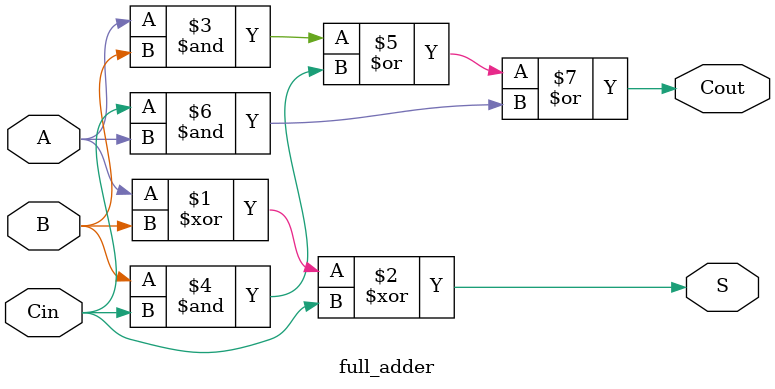
<source format=v>
module full_adder(
    input A,
    input B,
    input Cin,
    output S,
    output Cout
);

    // Assign values to outputs
    assign S = (A ^ B) ^ Cin;
    assign Cout = (A & B) | (B & Cin) | (Cin & A);

endmodule
</source>
